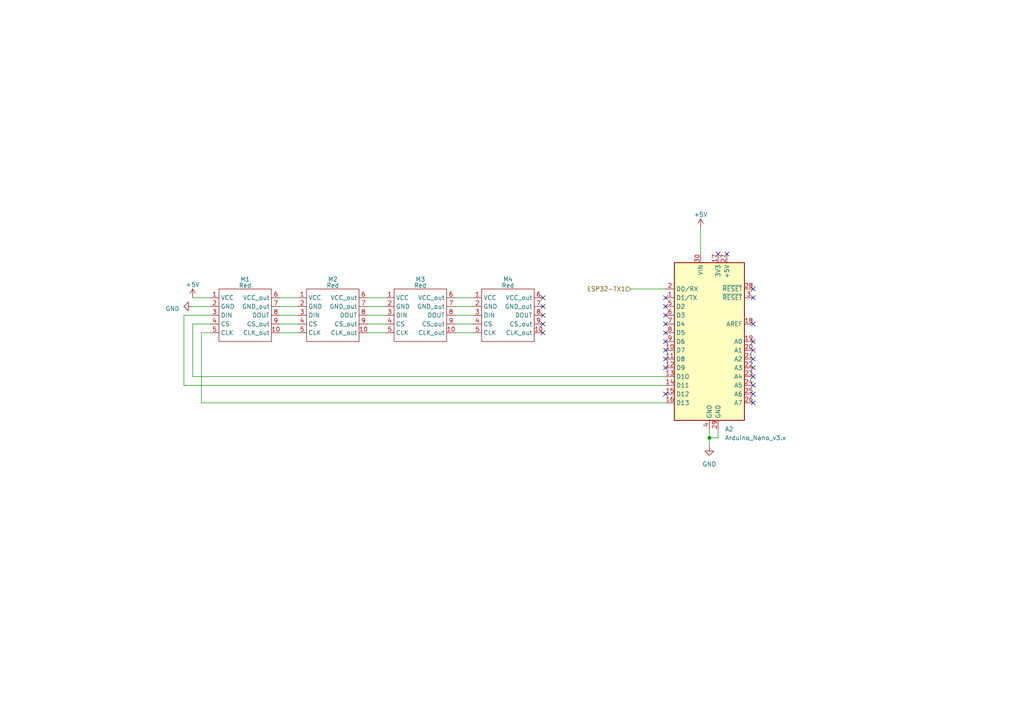
<source format=kicad_sch>
(kicad_sch (version 20230121) (generator eeschema)
  (paper "A4")
  (title_block (title "Left score display unit schematic") (date "2023-05-19") (rev "1.0.0") (comment 1 "Connection to logic unit pending"))
  (lib_symbols
    (symbol "Arduino modules:8x8_LED_Matrix_MAX7219"
      (property "Reference" "M" (at 0 1.27 0))
      (property "Value" "Color" (at 0 -1.27 0))
      (symbol "8x8_LED_Matrix_MAX7219_1_1"
        (rectangle (start -7.62 -2.54) (end 7.62 -17.78))
        (pin power_in line (at -10.16 -5.08 0) (length 2.54) (name "VCC") (number "1"))
        (pin output line (at 10.16 -15.24 180) (length 2.54) (name "CLK_out") (number "10"))
        (pin power_in line (at -10.16 -7.62 0) (length 2.54) (name "GND") (number "2"))
        (pin input line (at -10.16 -10.16 0) (length 2.54) (name "DIN") (number "3"))
        (pin input line (at -10.16 -12.7 0) (length 2.54) (name "CS") (number "4"))
        (pin input line (at -10.16 -15.24 0) (length 2.54) (name "CLK") (number "5"))
        (pin power_out line (at 10.16 -5.08 180) (length 2.54) (name "VCC_out") (number "6"))
        (pin power_out line (at 10.16 -7.62 180) (length 2.54) (name "GND_out") (number "7"))
        (pin output line (at 10.16 -10.16 180) (length 2.54) (name "DOUT") (number "8"))
        (pin output line (at 10.16 -12.7 180) (length 2.54) (name "CS_out") (number "9"))
      )
    )
    (symbol "MCU_Module:Arduino_Nano_v3.x"
      (property "Reference" "A" (at -10.16 23.495 0))
      (property "Value" "Arduino_Nano_v3.x" (at 5.08 -24.13 0))
      (symbol "Arduino_Nano_v3.x_0_1"
        (rectangle (start -10.16 22.86) (end 10.16 -22.86) (stroke (width 0.254)) (fill (type background)))
      )
      (symbol "Arduino_Nano_v3.x_1_1"
        (pin bidirectional line (at -12.7 12.7 0) (length 2.54) (name "D1/TX") (number "1"))
        (pin bidirectional line (at -12.7 -2.54 0) (length 2.54) (name "D7") (number "10"))
        (pin bidirectional line (at -12.7 -5.08 0) (length 2.54) (name "D8") (number "11"))
        (pin bidirectional line (at -12.7 -7.62 0) (length 2.54) (name "D9") (number "12"))
        (pin bidirectional line (at -12.7 -10.16 0) (length 2.54) (name "D10") (number "13"))
        (pin bidirectional line (at -12.7 -12.7 0) (length 2.54) (name "D11") (number "14"))
        (pin bidirectional line (at -12.7 -15.24 0) (length 2.54) (name "D12") (number "15"))
        (pin bidirectional line (at -12.7 -17.78 0) (length 2.54) (name "D13") (number "16"))
        (pin power_out line (at 2.54 25.4 270) (length 2.54) (name "3V3") (number "17"))
        (pin input line (at 12.7 5.08 180) (length 2.54) (name "AREF") (number "18"))
        (pin bidirectional line (at 12.7 0 180) (length 2.54) (name "A0") (number "19"))
        (pin bidirectional line (at -12.7 15.24 0) (length 2.54) (name "D0/RX") (number "2"))
        (pin bidirectional line (at 12.7 -2.54 180) (length 2.54) (name "A1") (number "20"))
        (pin bidirectional line (at 12.7 -5.08 180) (length 2.54) (name "A2") (number "21"))
        (pin bidirectional line (at 12.7 -7.62 180) (length 2.54) (name "A3") (number "22"))
        (pin bidirectional line (at 12.7 -10.16 180) (length 2.54) (name "A4") (number "23"))
        (pin bidirectional line (at 12.7 -12.7 180) (length 2.54) (name "A5") (number "24"))
        (pin bidirectional line (at 12.7 -15.24 180) (length 2.54) (name "A6") (number "25"))
        (pin bidirectional line (at 12.7 -17.78 180) (length 2.54) (name "A7") (number "26"))
        (pin power_out line (at 5.08 25.4 270) (length 2.54) (name "+5V") (number "27"))
        (pin input line (at 12.7 15.24 180) (length 2.54) (name "~{RESET}") (number "28"))
        (pin power_in line (at 2.54 -25.4 90) (length 2.54) (name "GND") (number "29"))
        (pin input line (at 12.7 12.7 180) (length 2.54) (name "~{RESET}") (number "3"))
        (pin power_in line (at -2.54 25.4 270) (length 2.54) (name "VIN") (number "30"))
        (pin power_in line (at 0 -25.4 90) (length 2.54) (name "GND") (number "4"))
        (pin bidirectional line (at -12.7 10.16 0) (length 2.54) (name "D2") (number "5"))
        (pin bidirectional line (at -12.7 7.62 0) (length 2.54) (name "D3") (number "6"))
        (pin bidirectional line (at -12.7 5.08 0) (length 2.54) (name "D4") (number "7"))
        (pin bidirectional line (at -12.7 2.54 0) (length 2.54) (name "D5") (number "8"))
        (pin bidirectional line (at -12.7 0 0) (length 2.54) (name "D6") (number "9"))
      )
    )
    (symbol "power:+5V" (power) (pin_names (offset 0))
      (property "Value" "+5V" (at 0 3.556 0))
      (symbol "+5V_0_1"
        (polyline (pts (xy -0.762 1.27) (xy 0 2.54)))
        (polyline (pts (xy 0 0) (xy 0 2.54)))
        (polyline (pts (xy 0 2.54) (xy 0.762 1.27)))
      )
      (symbol "+5V_1_1"
        (pin power_in line (at 0 0 90) (length 0) hide (name "+5V") (number "1"))
      )
    )
    (symbol "power:GND" (power) (pin_names (offset 0))
      (property "Value" "GND" (at 0 -3.81 0))
      (symbol "GND_0_1"
        (polyline (pts (xy 0 0) (xy 0 -1.27) (xy 1.27 -1.27) (xy 0 -2.54) (xy -1.27 -1.27) (xy 0 -1.27)))
      )
      (symbol "GND_1_1"
        (pin power_in line (at 0 0 270) (length 0) hide (name "GND") (number "1"))
      )
    )
  )
  (junction (at 205.74 127))
  (no_connect (at 218.44 93.98))
  (no_connect (at 157.48 86.36))
  (no_connect (at 218.44 116.84))
  (no_connect (at 193.04 88.9))
  (no_connect (at 193.04 91.44))
  (no_connect (at 193.04 114.3))
  (no_connect (at 208.28 73.66))
  (no_connect (at 218.44 109.22))
  (no_connect (at 218.44 99.06))
  (no_connect (at 157.48 93.98))
  (no_connect (at 218.44 83.82))
  (no_connect (at 218.44 104.14))
  (no_connect (at 193.04 99.06))
  (no_connect (at 193.04 106.68))
  (no_connect (at 193.04 96.52))
  (no_connect (at 218.44 106.68))
  (no_connect (at 218.44 101.6))
  (no_connect (at 157.48 88.9))
  (no_connect (at 193.04 86.36))
  (no_connect (at 218.44 111.76))
  (no_connect (at 218.44 114.3))
  (no_connect (at 193.04 93.98))
  (no_connect (at 210.82 73.66))
  (no_connect (at 157.48 96.52))
  (no_connect (at 218.44 86.36))
  (no_connect (at 157.48 91.44))
  (no_connect (at 193.04 104.14))
  (no_connect (at 193.04 101.6))
  (wire (pts (xy 55.88 86.36) (xy 60.96 86.36)))
  (wire (pts (xy 81.28 88.9) (xy 86.36 88.9)))
  (wire (pts (xy 106.68 91.44) (xy 111.76 91.44)))
  (wire (pts (xy 193.04 116.84) (xy 58.42 116.84)))
  (wire (pts (xy 55.88 88.9) (xy 60.96 88.9)))
  (wire (pts (xy 208.28 127) (xy 205.74 127)))
  (wire (pts (xy 53.34 111.76) (xy 53.34 91.44)))
  (wire (pts (xy 205.74 127) (xy 205.74 129.54)))
  (wire (pts (xy 106.68 88.9) (xy 111.76 88.9)))
  (wire (pts (xy 208.28 124.46) (xy 208.28 127)))
  (wire (pts (xy 132.08 93.98) (xy 137.16 93.98)))
  (wire (pts (xy 132.08 88.9) (xy 137.16 88.9)))
  (wire (pts (xy 132.08 91.44) (xy 137.16 91.44)))
  (wire (pts (xy 182.88 83.82) (xy 193.04 83.82)))
  (wire (pts (xy 81.28 86.36) (xy 86.36 86.36)))
  (wire (pts (xy 193.04 109.22) (xy 55.88 109.22)))
  (wire (pts (xy 81.28 93.98) (xy 86.36 93.98)))
  (wire (pts (xy 55.88 109.22) (xy 55.88 93.98)))
  (wire (pts (xy 106.68 93.98) (xy 111.76 93.98)))
  (wire (pts (xy 205.74 124.46) (xy 205.74 127)))
  (wire (pts (xy 106.68 96.52) (xy 111.76 96.52)))
  (wire (pts (xy 81.28 91.44) (xy 86.36 91.44)))
  (wire (pts (xy 58.42 96.52) (xy 60.96 96.52)))
  (wire (pts (xy 132.08 86.36) (xy 137.16 86.36)))
  (wire (pts (xy 132.08 96.52) (xy 137.16 96.52)))
  (wire (pts (xy 58.42 116.84) (xy 58.42 96.52)))
  (wire (pts (xy 55.88 93.98) (xy 60.96 93.98)))
  (wire (pts (xy 53.34 91.44) (xy 60.96 91.44)))
  (wire (pts (xy 193.04 111.76) (xy 53.34 111.76)))
  (wire (pts (xy 106.68 86.36) (xy 111.76 86.36)))
  (wire (pts (xy 81.28 96.52) (xy 86.36 96.52)))
  (wire (pts (xy 203.2 66.04) (xy 203.2 73.66)))
  (hierarchical_label "ESP32-TX1" (shape input) (at 182.88 83.82 180))
  (symbol (lib_id "power:GND") (at 205.74 129.54 0) (unit 1)
    (property "Reference" "#PWR04" (effects hide))
    (property "Value" "GND" (at 205.74 134.62 0))
  )
  (symbol (lib_id "power:GND") (at 55.88 88.9 270) (unit 1)
    (property "Reference" "#PWR06" (effects hide))
    (property "Value" "GND" (at 52.07 89.535 90) (effects (justify right)))
  )
  (symbol (lib_id "Arduino modules:8x8_LED_Matrix_MAX7219") (at 121.92 81.28 0) (unit 1)
    (property "Reference" "M3" (at 121.92 81.026 0))
    (property "Value" "Red" (at 121.92 82.804 0))
  )
  (symbol (lib_id "Arduino modules:8x8_LED_Matrix_MAX7219") (at 147.32 81.28 0) (unit 1)
    (property "Reference" "M4" (at 147.32 81.026 0))
    (property "Value" "Red" (at 147.32 82.804 0))
  )
  (symbol (lib_id "MCU_Module:Arduino_Nano_v3.x") (at 205.74 99.06 0) (unit 1)
    (property "Reference" "A2" (at 210.2359 124.46 0) (effects (justify left)))
    (property "Value" "Arduino_Nano_v3.x" (at 210.2359 127 0) (effects (justify left)))
    (property "Footprint" "Module:Arduino_Nano" (effects hide))
    (property "Datasheet" "http://www.mouser.com/pdfdocs/Gravitech_Arduino_Nano3_0.pdf" (effects hide))
  )
  (symbol (lib_id "Arduino modules:8x8_LED_Matrix_MAX7219") (at 96.52 81.28 0) (unit 1)
    (property "Reference" "M2" (at 96.52 81.026 0))
    (property "Value" "Red" (at 96.52 82.804 0))
  )
  (symbol (lib_id "Arduino modules:8x8_LED_Matrix_MAX7219") (at 71.12 81.28 0) (unit 1)
    (property "Reference" "M1" (at 71.12 81.026 0))
    (property "Value" "Red" (at 71.12 82.804 0))
    (property "Footprint" "Connector_PinSocket_2.54mm:PinSocket_1x05_P2.54mm_Vertical" (effects hide))
  )
  (symbol (lib_id "power:+5V") (at 203.2 66.04 0) (unit 1)
    (property "Reference" "#PWR03" (effects hide))
    (property "Value" "+5V" (at 203.2 62.23 0))
  )
  (symbol (lib_id "power:+5V") (at 55.88 86.36 0) (unit 1)
    (property "Reference" "#PWR05" (effects hide))
    (property "Value" "+5V" (at 55.88 82.55 0))
  )
)
</source>
